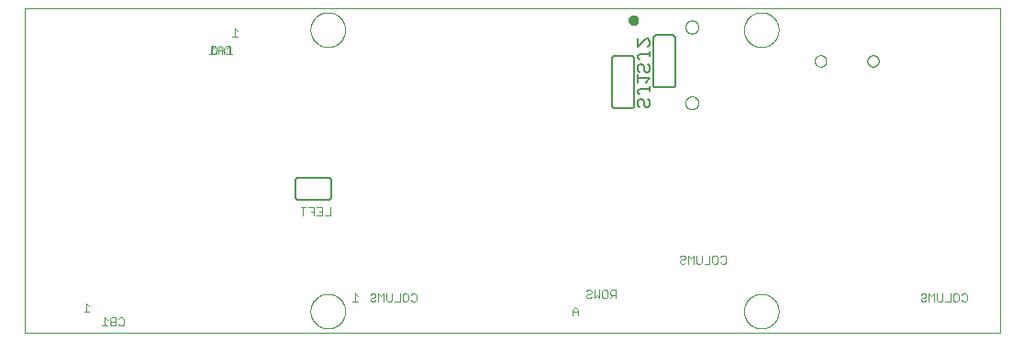
<source format=gbo>
G75*
%MOIN*%
%OFA0B0*%
%FSLAX25Y25*%
%IPPOS*%
%LPD*%
%AMOC8*
5,1,8,0,0,1.08239X$1,22.5*
%
%ADD10C,0.00000*%
%ADD11C,0.00300*%
%ADD12C,0.01600*%
%ADD13C,0.00600*%
%ADD14C,0.00500*%
D10*
X0001600Y0002700D02*
X0001600Y0120810D01*
X0355931Y0120810D01*
X0355931Y0002700D01*
X0001600Y0002700D01*
X0105537Y0010574D02*
X0105539Y0010732D01*
X0105545Y0010890D01*
X0105555Y0011048D01*
X0105569Y0011206D01*
X0105587Y0011363D01*
X0105608Y0011520D01*
X0105634Y0011676D01*
X0105664Y0011832D01*
X0105697Y0011987D01*
X0105735Y0012140D01*
X0105776Y0012293D01*
X0105821Y0012445D01*
X0105870Y0012596D01*
X0105923Y0012745D01*
X0105979Y0012893D01*
X0106039Y0013039D01*
X0106103Y0013184D01*
X0106171Y0013327D01*
X0106242Y0013469D01*
X0106316Y0013609D01*
X0106394Y0013746D01*
X0106476Y0013882D01*
X0106560Y0014016D01*
X0106649Y0014147D01*
X0106740Y0014276D01*
X0106835Y0014403D01*
X0106932Y0014528D01*
X0107033Y0014650D01*
X0107137Y0014769D01*
X0107244Y0014886D01*
X0107354Y0015000D01*
X0107467Y0015111D01*
X0107582Y0015220D01*
X0107700Y0015325D01*
X0107821Y0015427D01*
X0107944Y0015527D01*
X0108070Y0015623D01*
X0108198Y0015716D01*
X0108328Y0015806D01*
X0108461Y0015892D01*
X0108596Y0015976D01*
X0108732Y0016055D01*
X0108871Y0016132D01*
X0109012Y0016204D01*
X0109154Y0016274D01*
X0109298Y0016339D01*
X0109444Y0016401D01*
X0109591Y0016459D01*
X0109740Y0016514D01*
X0109890Y0016565D01*
X0110041Y0016612D01*
X0110193Y0016655D01*
X0110346Y0016694D01*
X0110501Y0016730D01*
X0110656Y0016761D01*
X0110812Y0016789D01*
X0110968Y0016813D01*
X0111125Y0016833D01*
X0111283Y0016849D01*
X0111440Y0016861D01*
X0111599Y0016869D01*
X0111757Y0016873D01*
X0111915Y0016873D01*
X0112073Y0016869D01*
X0112232Y0016861D01*
X0112389Y0016849D01*
X0112547Y0016833D01*
X0112704Y0016813D01*
X0112860Y0016789D01*
X0113016Y0016761D01*
X0113171Y0016730D01*
X0113326Y0016694D01*
X0113479Y0016655D01*
X0113631Y0016612D01*
X0113782Y0016565D01*
X0113932Y0016514D01*
X0114081Y0016459D01*
X0114228Y0016401D01*
X0114374Y0016339D01*
X0114518Y0016274D01*
X0114660Y0016204D01*
X0114801Y0016132D01*
X0114940Y0016055D01*
X0115076Y0015976D01*
X0115211Y0015892D01*
X0115344Y0015806D01*
X0115474Y0015716D01*
X0115602Y0015623D01*
X0115728Y0015527D01*
X0115851Y0015427D01*
X0115972Y0015325D01*
X0116090Y0015220D01*
X0116205Y0015111D01*
X0116318Y0015000D01*
X0116428Y0014886D01*
X0116535Y0014769D01*
X0116639Y0014650D01*
X0116740Y0014528D01*
X0116837Y0014403D01*
X0116932Y0014276D01*
X0117023Y0014147D01*
X0117112Y0014016D01*
X0117196Y0013882D01*
X0117278Y0013746D01*
X0117356Y0013609D01*
X0117430Y0013469D01*
X0117501Y0013327D01*
X0117569Y0013184D01*
X0117633Y0013039D01*
X0117693Y0012893D01*
X0117749Y0012745D01*
X0117802Y0012596D01*
X0117851Y0012445D01*
X0117896Y0012293D01*
X0117937Y0012140D01*
X0117975Y0011987D01*
X0118008Y0011832D01*
X0118038Y0011676D01*
X0118064Y0011520D01*
X0118085Y0011363D01*
X0118103Y0011206D01*
X0118117Y0011048D01*
X0118127Y0010890D01*
X0118133Y0010732D01*
X0118135Y0010574D01*
X0118133Y0010416D01*
X0118127Y0010258D01*
X0118117Y0010100D01*
X0118103Y0009942D01*
X0118085Y0009785D01*
X0118064Y0009628D01*
X0118038Y0009472D01*
X0118008Y0009316D01*
X0117975Y0009161D01*
X0117937Y0009008D01*
X0117896Y0008855D01*
X0117851Y0008703D01*
X0117802Y0008552D01*
X0117749Y0008403D01*
X0117693Y0008255D01*
X0117633Y0008109D01*
X0117569Y0007964D01*
X0117501Y0007821D01*
X0117430Y0007679D01*
X0117356Y0007539D01*
X0117278Y0007402D01*
X0117196Y0007266D01*
X0117112Y0007132D01*
X0117023Y0007001D01*
X0116932Y0006872D01*
X0116837Y0006745D01*
X0116740Y0006620D01*
X0116639Y0006498D01*
X0116535Y0006379D01*
X0116428Y0006262D01*
X0116318Y0006148D01*
X0116205Y0006037D01*
X0116090Y0005928D01*
X0115972Y0005823D01*
X0115851Y0005721D01*
X0115728Y0005621D01*
X0115602Y0005525D01*
X0115474Y0005432D01*
X0115344Y0005342D01*
X0115211Y0005256D01*
X0115076Y0005172D01*
X0114940Y0005093D01*
X0114801Y0005016D01*
X0114660Y0004944D01*
X0114518Y0004874D01*
X0114374Y0004809D01*
X0114228Y0004747D01*
X0114081Y0004689D01*
X0113932Y0004634D01*
X0113782Y0004583D01*
X0113631Y0004536D01*
X0113479Y0004493D01*
X0113326Y0004454D01*
X0113171Y0004418D01*
X0113016Y0004387D01*
X0112860Y0004359D01*
X0112704Y0004335D01*
X0112547Y0004315D01*
X0112389Y0004299D01*
X0112232Y0004287D01*
X0112073Y0004279D01*
X0111915Y0004275D01*
X0111757Y0004275D01*
X0111599Y0004279D01*
X0111440Y0004287D01*
X0111283Y0004299D01*
X0111125Y0004315D01*
X0110968Y0004335D01*
X0110812Y0004359D01*
X0110656Y0004387D01*
X0110501Y0004418D01*
X0110346Y0004454D01*
X0110193Y0004493D01*
X0110041Y0004536D01*
X0109890Y0004583D01*
X0109740Y0004634D01*
X0109591Y0004689D01*
X0109444Y0004747D01*
X0109298Y0004809D01*
X0109154Y0004874D01*
X0109012Y0004944D01*
X0108871Y0005016D01*
X0108732Y0005093D01*
X0108596Y0005172D01*
X0108461Y0005256D01*
X0108328Y0005342D01*
X0108198Y0005432D01*
X0108070Y0005525D01*
X0107944Y0005621D01*
X0107821Y0005721D01*
X0107700Y0005823D01*
X0107582Y0005928D01*
X0107467Y0006037D01*
X0107354Y0006148D01*
X0107244Y0006262D01*
X0107137Y0006379D01*
X0107033Y0006498D01*
X0106932Y0006620D01*
X0106835Y0006745D01*
X0106740Y0006872D01*
X0106649Y0007001D01*
X0106560Y0007132D01*
X0106476Y0007266D01*
X0106394Y0007402D01*
X0106316Y0007539D01*
X0106242Y0007679D01*
X0106171Y0007821D01*
X0106103Y0007964D01*
X0106039Y0008109D01*
X0105979Y0008255D01*
X0105923Y0008403D01*
X0105870Y0008552D01*
X0105821Y0008703D01*
X0105776Y0008855D01*
X0105735Y0009008D01*
X0105697Y0009161D01*
X0105664Y0009316D01*
X0105634Y0009472D01*
X0105608Y0009628D01*
X0105587Y0009785D01*
X0105569Y0009942D01*
X0105555Y0010100D01*
X0105545Y0010258D01*
X0105539Y0010416D01*
X0105537Y0010574D01*
X0263018Y0010574D02*
X0263020Y0010732D01*
X0263026Y0010890D01*
X0263036Y0011048D01*
X0263050Y0011206D01*
X0263068Y0011363D01*
X0263089Y0011520D01*
X0263115Y0011676D01*
X0263145Y0011832D01*
X0263178Y0011987D01*
X0263216Y0012140D01*
X0263257Y0012293D01*
X0263302Y0012445D01*
X0263351Y0012596D01*
X0263404Y0012745D01*
X0263460Y0012893D01*
X0263520Y0013039D01*
X0263584Y0013184D01*
X0263652Y0013327D01*
X0263723Y0013469D01*
X0263797Y0013609D01*
X0263875Y0013746D01*
X0263957Y0013882D01*
X0264041Y0014016D01*
X0264130Y0014147D01*
X0264221Y0014276D01*
X0264316Y0014403D01*
X0264413Y0014528D01*
X0264514Y0014650D01*
X0264618Y0014769D01*
X0264725Y0014886D01*
X0264835Y0015000D01*
X0264948Y0015111D01*
X0265063Y0015220D01*
X0265181Y0015325D01*
X0265302Y0015427D01*
X0265425Y0015527D01*
X0265551Y0015623D01*
X0265679Y0015716D01*
X0265809Y0015806D01*
X0265942Y0015892D01*
X0266077Y0015976D01*
X0266213Y0016055D01*
X0266352Y0016132D01*
X0266493Y0016204D01*
X0266635Y0016274D01*
X0266779Y0016339D01*
X0266925Y0016401D01*
X0267072Y0016459D01*
X0267221Y0016514D01*
X0267371Y0016565D01*
X0267522Y0016612D01*
X0267674Y0016655D01*
X0267827Y0016694D01*
X0267982Y0016730D01*
X0268137Y0016761D01*
X0268293Y0016789D01*
X0268449Y0016813D01*
X0268606Y0016833D01*
X0268764Y0016849D01*
X0268921Y0016861D01*
X0269080Y0016869D01*
X0269238Y0016873D01*
X0269396Y0016873D01*
X0269554Y0016869D01*
X0269713Y0016861D01*
X0269870Y0016849D01*
X0270028Y0016833D01*
X0270185Y0016813D01*
X0270341Y0016789D01*
X0270497Y0016761D01*
X0270652Y0016730D01*
X0270807Y0016694D01*
X0270960Y0016655D01*
X0271112Y0016612D01*
X0271263Y0016565D01*
X0271413Y0016514D01*
X0271562Y0016459D01*
X0271709Y0016401D01*
X0271855Y0016339D01*
X0271999Y0016274D01*
X0272141Y0016204D01*
X0272282Y0016132D01*
X0272421Y0016055D01*
X0272557Y0015976D01*
X0272692Y0015892D01*
X0272825Y0015806D01*
X0272955Y0015716D01*
X0273083Y0015623D01*
X0273209Y0015527D01*
X0273332Y0015427D01*
X0273453Y0015325D01*
X0273571Y0015220D01*
X0273686Y0015111D01*
X0273799Y0015000D01*
X0273909Y0014886D01*
X0274016Y0014769D01*
X0274120Y0014650D01*
X0274221Y0014528D01*
X0274318Y0014403D01*
X0274413Y0014276D01*
X0274504Y0014147D01*
X0274593Y0014016D01*
X0274677Y0013882D01*
X0274759Y0013746D01*
X0274837Y0013609D01*
X0274911Y0013469D01*
X0274982Y0013327D01*
X0275050Y0013184D01*
X0275114Y0013039D01*
X0275174Y0012893D01*
X0275230Y0012745D01*
X0275283Y0012596D01*
X0275332Y0012445D01*
X0275377Y0012293D01*
X0275418Y0012140D01*
X0275456Y0011987D01*
X0275489Y0011832D01*
X0275519Y0011676D01*
X0275545Y0011520D01*
X0275566Y0011363D01*
X0275584Y0011206D01*
X0275598Y0011048D01*
X0275608Y0010890D01*
X0275614Y0010732D01*
X0275616Y0010574D01*
X0275614Y0010416D01*
X0275608Y0010258D01*
X0275598Y0010100D01*
X0275584Y0009942D01*
X0275566Y0009785D01*
X0275545Y0009628D01*
X0275519Y0009472D01*
X0275489Y0009316D01*
X0275456Y0009161D01*
X0275418Y0009008D01*
X0275377Y0008855D01*
X0275332Y0008703D01*
X0275283Y0008552D01*
X0275230Y0008403D01*
X0275174Y0008255D01*
X0275114Y0008109D01*
X0275050Y0007964D01*
X0274982Y0007821D01*
X0274911Y0007679D01*
X0274837Y0007539D01*
X0274759Y0007402D01*
X0274677Y0007266D01*
X0274593Y0007132D01*
X0274504Y0007001D01*
X0274413Y0006872D01*
X0274318Y0006745D01*
X0274221Y0006620D01*
X0274120Y0006498D01*
X0274016Y0006379D01*
X0273909Y0006262D01*
X0273799Y0006148D01*
X0273686Y0006037D01*
X0273571Y0005928D01*
X0273453Y0005823D01*
X0273332Y0005721D01*
X0273209Y0005621D01*
X0273083Y0005525D01*
X0272955Y0005432D01*
X0272825Y0005342D01*
X0272692Y0005256D01*
X0272557Y0005172D01*
X0272421Y0005093D01*
X0272282Y0005016D01*
X0272141Y0004944D01*
X0271999Y0004874D01*
X0271855Y0004809D01*
X0271709Y0004747D01*
X0271562Y0004689D01*
X0271413Y0004634D01*
X0271263Y0004583D01*
X0271112Y0004536D01*
X0270960Y0004493D01*
X0270807Y0004454D01*
X0270652Y0004418D01*
X0270497Y0004387D01*
X0270341Y0004359D01*
X0270185Y0004335D01*
X0270028Y0004315D01*
X0269870Y0004299D01*
X0269713Y0004287D01*
X0269554Y0004279D01*
X0269396Y0004275D01*
X0269238Y0004275D01*
X0269080Y0004279D01*
X0268921Y0004287D01*
X0268764Y0004299D01*
X0268606Y0004315D01*
X0268449Y0004335D01*
X0268293Y0004359D01*
X0268137Y0004387D01*
X0267982Y0004418D01*
X0267827Y0004454D01*
X0267674Y0004493D01*
X0267522Y0004536D01*
X0267371Y0004583D01*
X0267221Y0004634D01*
X0267072Y0004689D01*
X0266925Y0004747D01*
X0266779Y0004809D01*
X0266635Y0004874D01*
X0266493Y0004944D01*
X0266352Y0005016D01*
X0266213Y0005093D01*
X0266077Y0005172D01*
X0265942Y0005256D01*
X0265809Y0005342D01*
X0265679Y0005432D01*
X0265551Y0005525D01*
X0265425Y0005621D01*
X0265302Y0005721D01*
X0265181Y0005823D01*
X0265063Y0005928D01*
X0264948Y0006037D01*
X0264835Y0006148D01*
X0264725Y0006262D01*
X0264618Y0006379D01*
X0264514Y0006498D01*
X0264413Y0006620D01*
X0264316Y0006745D01*
X0264221Y0006872D01*
X0264130Y0007001D01*
X0264041Y0007132D01*
X0263957Y0007266D01*
X0263875Y0007402D01*
X0263797Y0007539D01*
X0263723Y0007679D01*
X0263652Y0007821D01*
X0263584Y0007964D01*
X0263520Y0008109D01*
X0263460Y0008255D01*
X0263404Y0008403D01*
X0263351Y0008552D01*
X0263302Y0008703D01*
X0263257Y0008855D01*
X0263216Y0009008D01*
X0263178Y0009161D01*
X0263145Y0009316D01*
X0263115Y0009472D01*
X0263089Y0009628D01*
X0263068Y0009785D01*
X0263050Y0009942D01*
X0263036Y0010100D01*
X0263026Y0010258D01*
X0263020Y0010416D01*
X0263018Y0010574D01*
X0241738Y0086342D02*
X0241740Y0086439D01*
X0241746Y0086536D01*
X0241756Y0086632D01*
X0241770Y0086728D01*
X0241788Y0086824D01*
X0241809Y0086918D01*
X0241835Y0087012D01*
X0241864Y0087104D01*
X0241898Y0087195D01*
X0241934Y0087285D01*
X0241975Y0087373D01*
X0242019Y0087459D01*
X0242067Y0087544D01*
X0242118Y0087626D01*
X0242172Y0087707D01*
X0242230Y0087785D01*
X0242291Y0087860D01*
X0242354Y0087933D01*
X0242421Y0088004D01*
X0242491Y0088071D01*
X0242563Y0088136D01*
X0242638Y0088197D01*
X0242716Y0088256D01*
X0242795Y0088311D01*
X0242877Y0088363D01*
X0242961Y0088411D01*
X0243047Y0088456D01*
X0243135Y0088498D01*
X0243224Y0088536D01*
X0243315Y0088570D01*
X0243407Y0088600D01*
X0243500Y0088627D01*
X0243595Y0088649D01*
X0243690Y0088668D01*
X0243786Y0088683D01*
X0243882Y0088694D01*
X0243979Y0088701D01*
X0244076Y0088704D01*
X0244173Y0088703D01*
X0244270Y0088698D01*
X0244366Y0088689D01*
X0244462Y0088676D01*
X0244558Y0088659D01*
X0244653Y0088638D01*
X0244746Y0088614D01*
X0244839Y0088585D01*
X0244931Y0088553D01*
X0245021Y0088517D01*
X0245109Y0088478D01*
X0245196Y0088434D01*
X0245281Y0088388D01*
X0245364Y0088337D01*
X0245445Y0088284D01*
X0245523Y0088227D01*
X0245600Y0088167D01*
X0245673Y0088104D01*
X0245744Y0088038D01*
X0245812Y0087969D01*
X0245878Y0087897D01*
X0245940Y0087823D01*
X0245999Y0087746D01*
X0246055Y0087667D01*
X0246108Y0087585D01*
X0246158Y0087502D01*
X0246203Y0087416D01*
X0246246Y0087329D01*
X0246285Y0087240D01*
X0246320Y0087150D01*
X0246351Y0087058D01*
X0246378Y0086965D01*
X0246402Y0086871D01*
X0246422Y0086776D01*
X0246438Y0086680D01*
X0246450Y0086584D01*
X0246458Y0086487D01*
X0246462Y0086390D01*
X0246462Y0086294D01*
X0246458Y0086197D01*
X0246450Y0086100D01*
X0246438Y0086004D01*
X0246422Y0085908D01*
X0246402Y0085813D01*
X0246378Y0085719D01*
X0246351Y0085626D01*
X0246320Y0085534D01*
X0246285Y0085444D01*
X0246246Y0085355D01*
X0246203Y0085268D01*
X0246158Y0085182D01*
X0246108Y0085099D01*
X0246055Y0085017D01*
X0245999Y0084938D01*
X0245940Y0084861D01*
X0245878Y0084787D01*
X0245812Y0084715D01*
X0245744Y0084646D01*
X0245673Y0084580D01*
X0245600Y0084517D01*
X0245523Y0084457D01*
X0245445Y0084400D01*
X0245364Y0084347D01*
X0245281Y0084296D01*
X0245196Y0084250D01*
X0245109Y0084206D01*
X0245021Y0084167D01*
X0244931Y0084131D01*
X0244839Y0084099D01*
X0244746Y0084070D01*
X0244653Y0084046D01*
X0244558Y0084025D01*
X0244462Y0084008D01*
X0244366Y0083995D01*
X0244270Y0083986D01*
X0244173Y0083981D01*
X0244076Y0083980D01*
X0243979Y0083983D01*
X0243882Y0083990D01*
X0243786Y0084001D01*
X0243690Y0084016D01*
X0243595Y0084035D01*
X0243500Y0084057D01*
X0243407Y0084084D01*
X0243315Y0084114D01*
X0243224Y0084148D01*
X0243135Y0084186D01*
X0243047Y0084228D01*
X0242961Y0084273D01*
X0242877Y0084321D01*
X0242795Y0084373D01*
X0242716Y0084428D01*
X0242638Y0084487D01*
X0242563Y0084548D01*
X0242491Y0084613D01*
X0242421Y0084680D01*
X0242354Y0084751D01*
X0242291Y0084824D01*
X0242230Y0084899D01*
X0242172Y0084977D01*
X0242118Y0085058D01*
X0242067Y0085140D01*
X0242019Y0085225D01*
X0241975Y0085311D01*
X0241934Y0085399D01*
X0241898Y0085489D01*
X0241864Y0085580D01*
X0241835Y0085672D01*
X0241809Y0085766D01*
X0241788Y0085860D01*
X0241770Y0085956D01*
X0241756Y0086052D01*
X0241746Y0086148D01*
X0241740Y0086245D01*
X0241738Y0086342D01*
X0288736Y0101578D02*
X0288738Y0101669D01*
X0288744Y0101759D01*
X0288754Y0101850D01*
X0288768Y0101939D01*
X0288786Y0102028D01*
X0288807Y0102117D01*
X0288833Y0102204D01*
X0288862Y0102290D01*
X0288896Y0102374D01*
X0288932Y0102457D01*
X0288973Y0102539D01*
X0289017Y0102618D01*
X0289064Y0102696D01*
X0289115Y0102771D01*
X0289169Y0102844D01*
X0289226Y0102914D01*
X0289286Y0102982D01*
X0289349Y0103048D01*
X0289415Y0103110D01*
X0289484Y0103169D01*
X0289555Y0103226D01*
X0289629Y0103279D01*
X0289705Y0103329D01*
X0289783Y0103376D01*
X0289863Y0103419D01*
X0289944Y0103458D01*
X0290028Y0103494D01*
X0290113Y0103526D01*
X0290199Y0103555D01*
X0290286Y0103579D01*
X0290375Y0103600D01*
X0290464Y0103617D01*
X0290554Y0103630D01*
X0290644Y0103639D01*
X0290735Y0103644D01*
X0290826Y0103645D01*
X0290916Y0103642D01*
X0291007Y0103635D01*
X0291097Y0103624D01*
X0291187Y0103609D01*
X0291276Y0103590D01*
X0291364Y0103568D01*
X0291450Y0103541D01*
X0291536Y0103511D01*
X0291620Y0103477D01*
X0291703Y0103439D01*
X0291784Y0103398D01*
X0291863Y0103353D01*
X0291940Y0103304D01*
X0292014Y0103253D01*
X0292087Y0103198D01*
X0292157Y0103140D01*
X0292224Y0103079D01*
X0292288Y0103015D01*
X0292350Y0102949D01*
X0292409Y0102879D01*
X0292464Y0102808D01*
X0292517Y0102733D01*
X0292566Y0102657D01*
X0292612Y0102579D01*
X0292654Y0102498D01*
X0292693Y0102416D01*
X0292728Y0102332D01*
X0292759Y0102247D01*
X0292786Y0102160D01*
X0292810Y0102073D01*
X0292830Y0101984D01*
X0292846Y0101895D01*
X0292858Y0101805D01*
X0292866Y0101714D01*
X0292870Y0101623D01*
X0292870Y0101533D01*
X0292866Y0101442D01*
X0292858Y0101351D01*
X0292846Y0101261D01*
X0292830Y0101172D01*
X0292810Y0101083D01*
X0292786Y0100996D01*
X0292759Y0100909D01*
X0292728Y0100824D01*
X0292693Y0100740D01*
X0292654Y0100658D01*
X0292612Y0100577D01*
X0292566Y0100499D01*
X0292517Y0100423D01*
X0292464Y0100348D01*
X0292409Y0100277D01*
X0292350Y0100207D01*
X0292288Y0100141D01*
X0292224Y0100077D01*
X0292157Y0100016D01*
X0292087Y0099958D01*
X0292014Y0099903D01*
X0291940Y0099852D01*
X0291863Y0099803D01*
X0291784Y0099758D01*
X0291703Y0099717D01*
X0291620Y0099679D01*
X0291536Y0099645D01*
X0291450Y0099615D01*
X0291364Y0099588D01*
X0291276Y0099566D01*
X0291187Y0099547D01*
X0291097Y0099532D01*
X0291007Y0099521D01*
X0290916Y0099514D01*
X0290826Y0099511D01*
X0290735Y0099512D01*
X0290644Y0099517D01*
X0290554Y0099526D01*
X0290464Y0099539D01*
X0290375Y0099556D01*
X0290286Y0099577D01*
X0290199Y0099601D01*
X0290113Y0099630D01*
X0290028Y0099662D01*
X0289944Y0099698D01*
X0289863Y0099737D01*
X0289783Y0099780D01*
X0289705Y0099827D01*
X0289629Y0099877D01*
X0289555Y0099930D01*
X0289484Y0099987D01*
X0289415Y0100046D01*
X0289349Y0100108D01*
X0289286Y0100174D01*
X0289226Y0100242D01*
X0289169Y0100312D01*
X0289115Y0100385D01*
X0289064Y0100460D01*
X0289017Y0100538D01*
X0288973Y0100617D01*
X0288932Y0100699D01*
X0288896Y0100782D01*
X0288862Y0100866D01*
X0288833Y0100952D01*
X0288807Y0101039D01*
X0288786Y0101128D01*
X0288768Y0101217D01*
X0288754Y0101306D01*
X0288744Y0101397D01*
X0288738Y0101487D01*
X0288736Y0101578D01*
X0307830Y0101578D02*
X0307832Y0101669D01*
X0307838Y0101759D01*
X0307848Y0101850D01*
X0307862Y0101939D01*
X0307880Y0102028D01*
X0307901Y0102117D01*
X0307927Y0102204D01*
X0307956Y0102290D01*
X0307990Y0102374D01*
X0308026Y0102457D01*
X0308067Y0102539D01*
X0308111Y0102618D01*
X0308158Y0102696D01*
X0308209Y0102771D01*
X0308263Y0102844D01*
X0308320Y0102914D01*
X0308380Y0102982D01*
X0308443Y0103048D01*
X0308509Y0103110D01*
X0308578Y0103169D01*
X0308649Y0103226D01*
X0308723Y0103279D01*
X0308799Y0103329D01*
X0308877Y0103376D01*
X0308957Y0103419D01*
X0309038Y0103458D01*
X0309122Y0103494D01*
X0309207Y0103526D01*
X0309293Y0103555D01*
X0309380Y0103579D01*
X0309469Y0103600D01*
X0309558Y0103617D01*
X0309648Y0103630D01*
X0309738Y0103639D01*
X0309829Y0103644D01*
X0309920Y0103645D01*
X0310010Y0103642D01*
X0310101Y0103635D01*
X0310191Y0103624D01*
X0310281Y0103609D01*
X0310370Y0103590D01*
X0310458Y0103568D01*
X0310544Y0103541D01*
X0310630Y0103511D01*
X0310714Y0103477D01*
X0310797Y0103439D01*
X0310878Y0103398D01*
X0310957Y0103353D01*
X0311034Y0103304D01*
X0311108Y0103253D01*
X0311181Y0103198D01*
X0311251Y0103140D01*
X0311318Y0103079D01*
X0311382Y0103015D01*
X0311444Y0102949D01*
X0311503Y0102879D01*
X0311558Y0102808D01*
X0311611Y0102733D01*
X0311660Y0102657D01*
X0311706Y0102579D01*
X0311748Y0102498D01*
X0311787Y0102416D01*
X0311822Y0102332D01*
X0311853Y0102247D01*
X0311880Y0102160D01*
X0311904Y0102073D01*
X0311924Y0101984D01*
X0311940Y0101895D01*
X0311952Y0101805D01*
X0311960Y0101714D01*
X0311964Y0101623D01*
X0311964Y0101533D01*
X0311960Y0101442D01*
X0311952Y0101351D01*
X0311940Y0101261D01*
X0311924Y0101172D01*
X0311904Y0101083D01*
X0311880Y0100996D01*
X0311853Y0100909D01*
X0311822Y0100824D01*
X0311787Y0100740D01*
X0311748Y0100658D01*
X0311706Y0100577D01*
X0311660Y0100499D01*
X0311611Y0100423D01*
X0311558Y0100348D01*
X0311503Y0100277D01*
X0311444Y0100207D01*
X0311382Y0100141D01*
X0311318Y0100077D01*
X0311251Y0100016D01*
X0311181Y0099958D01*
X0311108Y0099903D01*
X0311034Y0099852D01*
X0310957Y0099803D01*
X0310878Y0099758D01*
X0310797Y0099717D01*
X0310714Y0099679D01*
X0310630Y0099645D01*
X0310544Y0099615D01*
X0310458Y0099588D01*
X0310370Y0099566D01*
X0310281Y0099547D01*
X0310191Y0099532D01*
X0310101Y0099521D01*
X0310010Y0099514D01*
X0309920Y0099511D01*
X0309829Y0099512D01*
X0309738Y0099517D01*
X0309648Y0099526D01*
X0309558Y0099539D01*
X0309469Y0099556D01*
X0309380Y0099577D01*
X0309293Y0099601D01*
X0309207Y0099630D01*
X0309122Y0099662D01*
X0309038Y0099698D01*
X0308957Y0099737D01*
X0308877Y0099780D01*
X0308799Y0099827D01*
X0308723Y0099877D01*
X0308649Y0099930D01*
X0308578Y0099987D01*
X0308509Y0100046D01*
X0308443Y0100108D01*
X0308380Y0100174D01*
X0308320Y0100242D01*
X0308263Y0100312D01*
X0308209Y0100385D01*
X0308158Y0100460D01*
X0308111Y0100538D01*
X0308067Y0100617D01*
X0308026Y0100699D01*
X0307990Y0100782D01*
X0307956Y0100866D01*
X0307927Y0100952D01*
X0307901Y0101039D01*
X0307880Y0101128D01*
X0307862Y0101217D01*
X0307848Y0101306D01*
X0307838Y0101397D01*
X0307832Y0101487D01*
X0307830Y0101578D01*
X0263018Y0112936D02*
X0263020Y0113094D01*
X0263026Y0113252D01*
X0263036Y0113410D01*
X0263050Y0113568D01*
X0263068Y0113725D01*
X0263089Y0113882D01*
X0263115Y0114038D01*
X0263145Y0114194D01*
X0263178Y0114349D01*
X0263216Y0114502D01*
X0263257Y0114655D01*
X0263302Y0114807D01*
X0263351Y0114958D01*
X0263404Y0115107D01*
X0263460Y0115255D01*
X0263520Y0115401D01*
X0263584Y0115546D01*
X0263652Y0115689D01*
X0263723Y0115831D01*
X0263797Y0115971D01*
X0263875Y0116108D01*
X0263957Y0116244D01*
X0264041Y0116378D01*
X0264130Y0116509D01*
X0264221Y0116638D01*
X0264316Y0116765D01*
X0264413Y0116890D01*
X0264514Y0117012D01*
X0264618Y0117131D01*
X0264725Y0117248D01*
X0264835Y0117362D01*
X0264948Y0117473D01*
X0265063Y0117582D01*
X0265181Y0117687D01*
X0265302Y0117789D01*
X0265425Y0117889D01*
X0265551Y0117985D01*
X0265679Y0118078D01*
X0265809Y0118168D01*
X0265942Y0118254D01*
X0266077Y0118338D01*
X0266213Y0118417D01*
X0266352Y0118494D01*
X0266493Y0118566D01*
X0266635Y0118636D01*
X0266779Y0118701D01*
X0266925Y0118763D01*
X0267072Y0118821D01*
X0267221Y0118876D01*
X0267371Y0118927D01*
X0267522Y0118974D01*
X0267674Y0119017D01*
X0267827Y0119056D01*
X0267982Y0119092D01*
X0268137Y0119123D01*
X0268293Y0119151D01*
X0268449Y0119175D01*
X0268606Y0119195D01*
X0268764Y0119211D01*
X0268921Y0119223D01*
X0269080Y0119231D01*
X0269238Y0119235D01*
X0269396Y0119235D01*
X0269554Y0119231D01*
X0269713Y0119223D01*
X0269870Y0119211D01*
X0270028Y0119195D01*
X0270185Y0119175D01*
X0270341Y0119151D01*
X0270497Y0119123D01*
X0270652Y0119092D01*
X0270807Y0119056D01*
X0270960Y0119017D01*
X0271112Y0118974D01*
X0271263Y0118927D01*
X0271413Y0118876D01*
X0271562Y0118821D01*
X0271709Y0118763D01*
X0271855Y0118701D01*
X0271999Y0118636D01*
X0272141Y0118566D01*
X0272282Y0118494D01*
X0272421Y0118417D01*
X0272557Y0118338D01*
X0272692Y0118254D01*
X0272825Y0118168D01*
X0272955Y0118078D01*
X0273083Y0117985D01*
X0273209Y0117889D01*
X0273332Y0117789D01*
X0273453Y0117687D01*
X0273571Y0117582D01*
X0273686Y0117473D01*
X0273799Y0117362D01*
X0273909Y0117248D01*
X0274016Y0117131D01*
X0274120Y0117012D01*
X0274221Y0116890D01*
X0274318Y0116765D01*
X0274413Y0116638D01*
X0274504Y0116509D01*
X0274593Y0116378D01*
X0274677Y0116244D01*
X0274759Y0116108D01*
X0274837Y0115971D01*
X0274911Y0115831D01*
X0274982Y0115689D01*
X0275050Y0115546D01*
X0275114Y0115401D01*
X0275174Y0115255D01*
X0275230Y0115107D01*
X0275283Y0114958D01*
X0275332Y0114807D01*
X0275377Y0114655D01*
X0275418Y0114502D01*
X0275456Y0114349D01*
X0275489Y0114194D01*
X0275519Y0114038D01*
X0275545Y0113882D01*
X0275566Y0113725D01*
X0275584Y0113568D01*
X0275598Y0113410D01*
X0275608Y0113252D01*
X0275614Y0113094D01*
X0275616Y0112936D01*
X0275614Y0112778D01*
X0275608Y0112620D01*
X0275598Y0112462D01*
X0275584Y0112304D01*
X0275566Y0112147D01*
X0275545Y0111990D01*
X0275519Y0111834D01*
X0275489Y0111678D01*
X0275456Y0111523D01*
X0275418Y0111370D01*
X0275377Y0111217D01*
X0275332Y0111065D01*
X0275283Y0110914D01*
X0275230Y0110765D01*
X0275174Y0110617D01*
X0275114Y0110471D01*
X0275050Y0110326D01*
X0274982Y0110183D01*
X0274911Y0110041D01*
X0274837Y0109901D01*
X0274759Y0109764D01*
X0274677Y0109628D01*
X0274593Y0109494D01*
X0274504Y0109363D01*
X0274413Y0109234D01*
X0274318Y0109107D01*
X0274221Y0108982D01*
X0274120Y0108860D01*
X0274016Y0108741D01*
X0273909Y0108624D01*
X0273799Y0108510D01*
X0273686Y0108399D01*
X0273571Y0108290D01*
X0273453Y0108185D01*
X0273332Y0108083D01*
X0273209Y0107983D01*
X0273083Y0107887D01*
X0272955Y0107794D01*
X0272825Y0107704D01*
X0272692Y0107618D01*
X0272557Y0107534D01*
X0272421Y0107455D01*
X0272282Y0107378D01*
X0272141Y0107306D01*
X0271999Y0107236D01*
X0271855Y0107171D01*
X0271709Y0107109D01*
X0271562Y0107051D01*
X0271413Y0106996D01*
X0271263Y0106945D01*
X0271112Y0106898D01*
X0270960Y0106855D01*
X0270807Y0106816D01*
X0270652Y0106780D01*
X0270497Y0106749D01*
X0270341Y0106721D01*
X0270185Y0106697D01*
X0270028Y0106677D01*
X0269870Y0106661D01*
X0269713Y0106649D01*
X0269554Y0106641D01*
X0269396Y0106637D01*
X0269238Y0106637D01*
X0269080Y0106641D01*
X0268921Y0106649D01*
X0268764Y0106661D01*
X0268606Y0106677D01*
X0268449Y0106697D01*
X0268293Y0106721D01*
X0268137Y0106749D01*
X0267982Y0106780D01*
X0267827Y0106816D01*
X0267674Y0106855D01*
X0267522Y0106898D01*
X0267371Y0106945D01*
X0267221Y0106996D01*
X0267072Y0107051D01*
X0266925Y0107109D01*
X0266779Y0107171D01*
X0266635Y0107236D01*
X0266493Y0107306D01*
X0266352Y0107378D01*
X0266213Y0107455D01*
X0266077Y0107534D01*
X0265942Y0107618D01*
X0265809Y0107704D01*
X0265679Y0107794D01*
X0265551Y0107887D01*
X0265425Y0107983D01*
X0265302Y0108083D01*
X0265181Y0108185D01*
X0265063Y0108290D01*
X0264948Y0108399D01*
X0264835Y0108510D01*
X0264725Y0108624D01*
X0264618Y0108741D01*
X0264514Y0108860D01*
X0264413Y0108982D01*
X0264316Y0109107D01*
X0264221Y0109234D01*
X0264130Y0109363D01*
X0264041Y0109494D01*
X0263957Y0109628D01*
X0263875Y0109764D01*
X0263797Y0109901D01*
X0263723Y0110041D01*
X0263652Y0110183D01*
X0263584Y0110326D01*
X0263520Y0110471D01*
X0263460Y0110617D01*
X0263404Y0110765D01*
X0263351Y0110914D01*
X0263302Y0111065D01*
X0263257Y0111217D01*
X0263216Y0111370D01*
X0263178Y0111523D01*
X0263145Y0111678D01*
X0263115Y0111834D01*
X0263089Y0111990D01*
X0263068Y0112147D01*
X0263050Y0112304D01*
X0263036Y0112462D01*
X0263026Y0112620D01*
X0263020Y0112778D01*
X0263018Y0112936D01*
X0241738Y0113901D02*
X0241740Y0113998D01*
X0241746Y0114095D01*
X0241756Y0114191D01*
X0241770Y0114287D01*
X0241788Y0114383D01*
X0241809Y0114477D01*
X0241835Y0114571D01*
X0241864Y0114663D01*
X0241898Y0114754D01*
X0241934Y0114844D01*
X0241975Y0114932D01*
X0242019Y0115018D01*
X0242067Y0115103D01*
X0242118Y0115185D01*
X0242172Y0115266D01*
X0242230Y0115344D01*
X0242291Y0115419D01*
X0242354Y0115492D01*
X0242421Y0115563D01*
X0242491Y0115630D01*
X0242563Y0115695D01*
X0242638Y0115756D01*
X0242716Y0115815D01*
X0242795Y0115870D01*
X0242877Y0115922D01*
X0242961Y0115970D01*
X0243047Y0116015D01*
X0243135Y0116057D01*
X0243224Y0116095D01*
X0243315Y0116129D01*
X0243407Y0116159D01*
X0243500Y0116186D01*
X0243595Y0116208D01*
X0243690Y0116227D01*
X0243786Y0116242D01*
X0243882Y0116253D01*
X0243979Y0116260D01*
X0244076Y0116263D01*
X0244173Y0116262D01*
X0244270Y0116257D01*
X0244366Y0116248D01*
X0244462Y0116235D01*
X0244558Y0116218D01*
X0244653Y0116197D01*
X0244746Y0116173D01*
X0244839Y0116144D01*
X0244931Y0116112D01*
X0245021Y0116076D01*
X0245109Y0116037D01*
X0245196Y0115993D01*
X0245281Y0115947D01*
X0245364Y0115896D01*
X0245445Y0115843D01*
X0245523Y0115786D01*
X0245600Y0115726D01*
X0245673Y0115663D01*
X0245744Y0115597D01*
X0245812Y0115528D01*
X0245878Y0115456D01*
X0245940Y0115382D01*
X0245999Y0115305D01*
X0246055Y0115226D01*
X0246108Y0115144D01*
X0246158Y0115061D01*
X0246203Y0114975D01*
X0246246Y0114888D01*
X0246285Y0114799D01*
X0246320Y0114709D01*
X0246351Y0114617D01*
X0246378Y0114524D01*
X0246402Y0114430D01*
X0246422Y0114335D01*
X0246438Y0114239D01*
X0246450Y0114143D01*
X0246458Y0114046D01*
X0246462Y0113949D01*
X0246462Y0113853D01*
X0246458Y0113756D01*
X0246450Y0113659D01*
X0246438Y0113563D01*
X0246422Y0113467D01*
X0246402Y0113372D01*
X0246378Y0113278D01*
X0246351Y0113185D01*
X0246320Y0113093D01*
X0246285Y0113003D01*
X0246246Y0112914D01*
X0246203Y0112827D01*
X0246158Y0112741D01*
X0246108Y0112658D01*
X0246055Y0112576D01*
X0245999Y0112497D01*
X0245940Y0112420D01*
X0245878Y0112346D01*
X0245812Y0112274D01*
X0245744Y0112205D01*
X0245673Y0112139D01*
X0245600Y0112076D01*
X0245523Y0112016D01*
X0245445Y0111959D01*
X0245364Y0111906D01*
X0245281Y0111855D01*
X0245196Y0111809D01*
X0245109Y0111765D01*
X0245021Y0111726D01*
X0244931Y0111690D01*
X0244839Y0111658D01*
X0244746Y0111629D01*
X0244653Y0111605D01*
X0244558Y0111584D01*
X0244462Y0111567D01*
X0244366Y0111554D01*
X0244270Y0111545D01*
X0244173Y0111540D01*
X0244076Y0111539D01*
X0243979Y0111542D01*
X0243882Y0111549D01*
X0243786Y0111560D01*
X0243690Y0111575D01*
X0243595Y0111594D01*
X0243500Y0111616D01*
X0243407Y0111643D01*
X0243315Y0111673D01*
X0243224Y0111707D01*
X0243135Y0111745D01*
X0243047Y0111787D01*
X0242961Y0111832D01*
X0242877Y0111880D01*
X0242795Y0111932D01*
X0242716Y0111987D01*
X0242638Y0112046D01*
X0242563Y0112107D01*
X0242491Y0112172D01*
X0242421Y0112239D01*
X0242354Y0112310D01*
X0242291Y0112383D01*
X0242230Y0112458D01*
X0242172Y0112536D01*
X0242118Y0112617D01*
X0242067Y0112699D01*
X0242019Y0112784D01*
X0241975Y0112870D01*
X0241934Y0112958D01*
X0241898Y0113048D01*
X0241864Y0113139D01*
X0241835Y0113231D01*
X0241809Y0113325D01*
X0241788Y0113419D01*
X0241770Y0113515D01*
X0241756Y0113611D01*
X0241746Y0113707D01*
X0241740Y0113804D01*
X0241738Y0113901D01*
X0105537Y0112936D02*
X0105539Y0113094D01*
X0105545Y0113252D01*
X0105555Y0113410D01*
X0105569Y0113568D01*
X0105587Y0113725D01*
X0105608Y0113882D01*
X0105634Y0114038D01*
X0105664Y0114194D01*
X0105697Y0114349D01*
X0105735Y0114502D01*
X0105776Y0114655D01*
X0105821Y0114807D01*
X0105870Y0114958D01*
X0105923Y0115107D01*
X0105979Y0115255D01*
X0106039Y0115401D01*
X0106103Y0115546D01*
X0106171Y0115689D01*
X0106242Y0115831D01*
X0106316Y0115971D01*
X0106394Y0116108D01*
X0106476Y0116244D01*
X0106560Y0116378D01*
X0106649Y0116509D01*
X0106740Y0116638D01*
X0106835Y0116765D01*
X0106932Y0116890D01*
X0107033Y0117012D01*
X0107137Y0117131D01*
X0107244Y0117248D01*
X0107354Y0117362D01*
X0107467Y0117473D01*
X0107582Y0117582D01*
X0107700Y0117687D01*
X0107821Y0117789D01*
X0107944Y0117889D01*
X0108070Y0117985D01*
X0108198Y0118078D01*
X0108328Y0118168D01*
X0108461Y0118254D01*
X0108596Y0118338D01*
X0108732Y0118417D01*
X0108871Y0118494D01*
X0109012Y0118566D01*
X0109154Y0118636D01*
X0109298Y0118701D01*
X0109444Y0118763D01*
X0109591Y0118821D01*
X0109740Y0118876D01*
X0109890Y0118927D01*
X0110041Y0118974D01*
X0110193Y0119017D01*
X0110346Y0119056D01*
X0110501Y0119092D01*
X0110656Y0119123D01*
X0110812Y0119151D01*
X0110968Y0119175D01*
X0111125Y0119195D01*
X0111283Y0119211D01*
X0111440Y0119223D01*
X0111599Y0119231D01*
X0111757Y0119235D01*
X0111915Y0119235D01*
X0112073Y0119231D01*
X0112232Y0119223D01*
X0112389Y0119211D01*
X0112547Y0119195D01*
X0112704Y0119175D01*
X0112860Y0119151D01*
X0113016Y0119123D01*
X0113171Y0119092D01*
X0113326Y0119056D01*
X0113479Y0119017D01*
X0113631Y0118974D01*
X0113782Y0118927D01*
X0113932Y0118876D01*
X0114081Y0118821D01*
X0114228Y0118763D01*
X0114374Y0118701D01*
X0114518Y0118636D01*
X0114660Y0118566D01*
X0114801Y0118494D01*
X0114940Y0118417D01*
X0115076Y0118338D01*
X0115211Y0118254D01*
X0115344Y0118168D01*
X0115474Y0118078D01*
X0115602Y0117985D01*
X0115728Y0117889D01*
X0115851Y0117789D01*
X0115972Y0117687D01*
X0116090Y0117582D01*
X0116205Y0117473D01*
X0116318Y0117362D01*
X0116428Y0117248D01*
X0116535Y0117131D01*
X0116639Y0117012D01*
X0116740Y0116890D01*
X0116837Y0116765D01*
X0116932Y0116638D01*
X0117023Y0116509D01*
X0117112Y0116378D01*
X0117196Y0116244D01*
X0117278Y0116108D01*
X0117356Y0115971D01*
X0117430Y0115831D01*
X0117501Y0115689D01*
X0117569Y0115546D01*
X0117633Y0115401D01*
X0117693Y0115255D01*
X0117749Y0115107D01*
X0117802Y0114958D01*
X0117851Y0114807D01*
X0117896Y0114655D01*
X0117937Y0114502D01*
X0117975Y0114349D01*
X0118008Y0114194D01*
X0118038Y0114038D01*
X0118064Y0113882D01*
X0118085Y0113725D01*
X0118103Y0113568D01*
X0118117Y0113410D01*
X0118127Y0113252D01*
X0118133Y0113094D01*
X0118135Y0112936D01*
X0118133Y0112778D01*
X0118127Y0112620D01*
X0118117Y0112462D01*
X0118103Y0112304D01*
X0118085Y0112147D01*
X0118064Y0111990D01*
X0118038Y0111834D01*
X0118008Y0111678D01*
X0117975Y0111523D01*
X0117937Y0111370D01*
X0117896Y0111217D01*
X0117851Y0111065D01*
X0117802Y0110914D01*
X0117749Y0110765D01*
X0117693Y0110617D01*
X0117633Y0110471D01*
X0117569Y0110326D01*
X0117501Y0110183D01*
X0117430Y0110041D01*
X0117356Y0109901D01*
X0117278Y0109764D01*
X0117196Y0109628D01*
X0117112Y0109494D01*
X0117023Y0109363D01*
X0116932Y0109234D01*
X0116837Y0109107D01*
X0116740Y0108982D01*
X0116639Y0108860D01*
X0116535Y0108741D01*
X0116428Y0108624D01*
X0116318Y0108510D01*
X0116205Y0108399D01*
X0116090Y0108290D01*
X0115972Y0108185D01*
X0115851Y0108083D01*
X0115728Y0107983D01*
X0115602Y0107887D01*
X0115474Y0107794D01*
X0115344Y0107704D01*
X0115211Y0107618D01*
X0115076Y0107534D01*
X0114940Y0107455D01*
X0114801Y0107378D01*
X0114660Y0107306D01*
X0114518Y0107236D01*
X0114374Y0107171D01*
X0114228Y0107109D01*
X0114081Y0107051D01*
X0113932Y0106996D01*
X0113782Y0106945D01*
X0113631Y0106898D01*
X0113479Y0106855D01*
X0113326Y0106816D01*
X0113171Y0106780D01*
X0113016Y0106749D01*
X0112860Y0106721D01*
X0112704Y0106697D01*
X0112547Y0106677D01*
X0112389Y0106661D01*
X0112232Y0106649D01*
X0112073Y0106641D01*
X0111915Y0106637D01*
X0111757Y0106637D01*
X0111599Y0106641D01*
X0111440Y0106649D01*
X0111283Y0106661D01*
X0111125Y0106677D01*
X0110968Y0106697D01*
X0110812Y0106721D01*
X0110656Y0106749D01*
X0110501Y0106780D01*
X0110346Y0106816D01*
X0110193Y0106855D01*
X0110041Y0106898D01*
X0109890Y0106945D01*
X0109740Y0106996D01*
X0109591Y0107051D01*
X0109444Y0107109D01*
X0109298Y0107171D01*
X0109154Y0107236D01*
X0109012Y0107306D01*
X0108871Y0107378D01*
X0108732Y0107455D01*
X0108596Y0107534D01*
X0108461Y0107618D01*
X0108328Y0107704D01*
X0108198Y0107794D01*
X0108070Y0107887D01*
X0107944Y0107983D01*
X0107821Y0108083D01*
X0107700Y0108185D01*
X0107582Y0108290D01*
X0107467Y0108399D01*
X0107354Y0108510D01*
X0107244Y0108624D01*
X0107137Y0108741D01*
X0107033Y0108860D01*
X0106932Y0108982D01*
X0106835Y0109107D01*
X0106740Y0109234D01*
X0106649Y0109363D01*
X0106560Y0109494D01*
X0106476Y0109628D01*
X0106394Y0109764D01*
X0106316Y0109901D01*
X0106242Y0110041D01*
X0106171Y0110183D01*
X0106103Y0110326D01*
X0106039Y0110471D01*
X0105979Y0110617D01*
X0105923Y0110765D01*
X0105870Y0110914D01*
X0105821Y0111065D01*
X0105776Y0111217D01*
X0105735Y0111370D01*
X0105697Y0111523D01*
X0105664Y0111678D01*
X0105634Y0111834D01*
X0105608Y0111990D01*
X0105587Y0112147D01*
X0105569Y0112304D01*
X0105555Y0112462D01*
X0105545Y0112620D01*
X0105539Y0112778D01*
X0105537Y0112936D01*
D11*
X0078950Y0112285D02*
X0077983Y0113252D01*
X0077983Y0110350D01*
X0078950Y0110350D02*
X0077015Y0110350D01*
X0076111Y0107002D02*
X0076111Y0104100D01*
X0075966Y0104100D02*
X0076450Y0104584D01*
X0076450Y0106519D01*
X0075966Y0107002D01*
X0074999Y0107002D01*
X0074515Y0106519D01*
X0074131Y0106035D02*
X0073164Y0107002D01*
X0072197Y0106035D01*
X0072197Y0104100D01*
X0071569Y0104100D02*
X0071569Y0106035D01*
X0072536Y0107002D01*
X0073503Y0106035D01*
X0073503Y0104100D01*
X0074131Y0104100D02*
X0074131Y0106035D01*
X0074131Y0105551D02*
X0072197Y0105551D01*
X0071569Y0105551D02*
X0073503Y0105551D01*
X0074515Y0104584D02*
X0074999Y0104100D01*
X0075966Y0104100D01*
X0075143Y0104100D02*
X0077078Y0104100D01*
X0075143Y0106035D02*
X0076111Y0107002D01*
X0071185Y0106519D02*
X0070701Y0107002D01*
X0069734Y0107002D01*
X0069250Y0106519D01*
X0069250Y0104584D01*
X0069734Y0104100D01*
X0070701Y0104100D01*
X0071185Y0104584D01*
X0070557Y0104100D02*
X0068622Y0104100D01*
X0069589Y0104100D02*
X0069589Y0107002D01*
X0070557Y0106035D01*
X0101925Y0048252D02*
X0103860Y0048252D01*
X0102893Y0048252D02*
X0102893Y0045350D01*
X0106807Y0045350D02*
X0106807Y0048252D01*
X0104872Y0048252D01*
X0105839Y0046801D02*
X0106807Y0046801D01*
X0107819Y0048252D02*
X0109753Y0048252D01*
X0109753Y0045350D01*
X0107819Y0045350D01*
X0110765Y0045350D02*
X0112700Y0045350D01*
X0112700Y0048252D01*
X0109753Y0046801D02*
X0108786Y0046801D01*
X0121733Y0017002D02*
X0121733Y0014100D01*
X0122700Y0014100D02*
X0120765Y0014100D01*
X0122700Y0016035D02*
X0121733Y0017002D01*
X0127282Y0016519D02*
X0127766Y0017002D01*
X0128734Y0017002D01*
X0129217Y0016519D01*
X0129217Y0016035D01*
X0128734Y0015551D01*
X0127766Y0015551D01*
X0127282Y0015067D01*
X0127282Y0014584D01*
X0127766Y0014100D01*
X0128734Y0014100D01*
X0129217Y0014584D01*
X0130229Y0014100D02*
X0130229Y0017002D01*
X0131196Y0016035D01*
X0132164Y0017002D01*
X0132164Y0014100D01*
X0133175Y0014584D02*
X0133659Y0014100D01*
X0134627Y0014100D01*
X0135110Y0014584D01*
X0135110Y0017002D01*
X0133175Y0017002D02*
X0133175Y0014584D01*
X0136122Y0014100D02*
X0138057Y0014100D01*
X0138057Y0017002D01*
X0139069Y0016519D02*
X0139552Y0017002D01*
X0140520Y0017002D01*
X0141003Y0016519D01*
X0141003Y0014584D01*
X0140520Y0014100D01*
X0139552Y0014100D01*
X0139069Y0014584D01*
X0139069Y0016519D01*
X0142015Y0016519D02*
X0142499Y0017002D01*
X0143466Y0017002D01*
X0143950Y0016519D01*
X0143950Y0014584D01*
X0143466Y0014100D01*
X0142499Y0014100D01*
X0142015Y0014584D01*
X0200765Y0011035D02*
X0200765Y0009100D01*
X0200765Y0010551D02*
X0202700Y0010551D01*
X0202700Y0011035D02*
X0201733Y0012002D01*
X0200765Y0011035D01*
X0202700Y0011035D02*
X0202700Y0009100D01*
X0206159Y0015350D02*
X0207127Y0015350D01*
X0207610Y0015834D01*
X0207127Y0016801D02*
X0206159Y0016801D01*
X0205675Y0016317D01*
X0205675Y0015834D01*
X0206159Y0015350D01*
X0207127Y0016801D02*
X0207610Y0017285D01*
X0207610Y0017769D01*
X0207127Y0018252D01*
X0206159Y0018252D01*
X0205675Y0017769D01*
X0208622Y0018252D02*
X0208622Y0015350D01*
X0209589Y0016317D01*
X0210557Y0015350D01*
X0210557Y0018252D01*
X0211569Y0017769D02*
X0212052Y0018252D01*
X0213020Y0018252D01*
X0213503Y0017769D01*
X0213503Y0015834D01*
X0213020Y0015350D01*
X0212052Y0015350D01*
X0211569Y0015834D01*
X0211569Y0017769D01*
X0214515Y0017769D02*
X0214515Y0016801D01*
X0214999Y0016317D01*
X0216450Y0016317D01*
X0216450Y0015350D02*
X0216450Y0018252D01*
X0214999Y0018252D01*
X0214515Y0017769D01*
X0215483Y0016317D02*
X0214515Y0015350D01*
X0239782Y0028334D02*
X0240266Y0027850D01*
X0241234Y0027850D01*
X0241717Y0028334D01*
X0241234Y0029301D02*
X0240266Y0029301D01*
X0239782Y0028817D01*
X0239782Y0028334D01*
X0241234Y0029301D02*
X0241717Y0029785D01*
X0241717Y0030269D01*
X0241234Y0030752D01*
X0240266Y0030752D01*
X0239782Y0030269D01*
X0242729Y0030752D02*
X0243696Y0029785D01*
X0244664Y0030752D01*
X0244664Y0027850D01*
X0245675Y0028334D02*
X0245675Y0030752D01*
X0247610Y0030752D02*
X0247610Y0028334D01*
X0247127Y0027850D01*
X0246159Y0027850D01*
X0245675Y0028334D01*
X0242729Y0027850D02*
X0242729Y0030752D01*
X0248622Y0027850D02*
X0250557Y0027850D01*
X0250557Y0030752D01*
X0251569Y0030269D02*
X0252052Y0030752D01*
X0253020Y0030752D01*
X0253503Y0030269D01*
X0253503Y0028334D01*
X0253020Y0027850D01*
X0252052Y0027850D01*
X0251569Y0028334D01*
X0251569Y0030269D01*
X0254515Y0030269D02*
X0254999Y0030752D01*
X0255966Y0030752D01*
X0256450Y0030269D01*
X0256450Y0028334D01*
X0255966Y0027850D01*
X0254999Y0027850D01*
X0254515Y0028334D01*
X0327282Y0016519D02*
X0327766Y0017002D01*
X0328734Y0017002D01*
X0329217Y0016519D01*
X0329217Y0016035D01*
X0328734Y0015551D01*
X0327766Y0015551D01*
X0327282Y0015067D01*
X0327282Y0014584D01*
X0327766Y0014100D01*
X0328734Y0014100D01*
X0329217Y0014584D01*
X0330229Y0014100D02*
X0330229Y0017002D01*
X0331196Y0016035D01*
X0332164Y0017002D01*
X0332164Y0014100D01*
X0333175Y0014584D02*
X0333175Y0017002D01*
X0335110Y0017002D02*
X0335110Y0014584D01*
X0334627Y0014100D01*
X0333659Y0014100D01*
X0333175Y0014584D01*
X0336122Y0014100D02*
X0338057Y0014100D01*
X0338057Y0017002D01*
X0339069Y0016519D02*
X0339552Y0017002D01*
X0340520Y0017002D01*
X0341003Y0016519D01*
X0341003Y0014584D01*
X0340520Y0014100D01*
X0339552Y0014100D01*
X0339069Y0014584D01*
X0339069Y0016519D01*
X0342015Y0016519D02*
X0342499Y0017002D01*
X0343466Y0017002D01*
X0343950Y0016519D01*
X0343950Y0014584D01*
X0343466Y0014100D01*
X0342499Y0014100D01*
X0342015Y0014584D01*
X0037700Y0007769D02*
X0037700Y0005834D01*
X0037216Y0005350D01*
X0036249Y0005350D01*
X0035765Y0005834D01*
X0034753Y0005350D02*
X0033302Y0005350D01*
X0032819Y0005834D01*
X0032819Y0006317D01*
X0033302Y0006801D01*
X0034753Y0006801D01*
X0035765Y0007769D02*
X0036249Y0008252D01*
X0037216Y0008252D01*
X0037700Y0007769D01*
X0034753Y0008252D02*
X0034753Y0005350D01*
X0033302Y0006801D02*
X0032819Y0007285D01*
X0032819Y0007769D01*
X0033302Y0008252D01*
X0034753Y0008252D01*
X0031807Y0007285D02*
X0030839Y0008252D01*
X0030839Y0005350D01*
X0029872Y0005350D02*
X0031807Y0005350D01*
X0025200Y0010350D02*
X0023265Y0010350D01*
X0024233Y0010350D02*
X0024233Y0013252D01*
X0025200Y0012285D01*
D12*
X0221850Y0116450D02*
X0221852Y0116513D01*
X0221858Y0116575D01*
X0221868Y0116637D01*
X0221881Y0116699D01*
X0221899Y0116759D01*
X0221920Y0116818D01*
X0221945Y0116876D01*
X0221974Y0116932D01*
X0222006Y0116986D01*
X0222041Y0117038D01*
X0222079Y0117087D01*
X0222121Y0117135D01*
X0222165Y0117179D01*
X0222213Y0117221D01*
X0222262Y0117259D01*
X0222314Y0117294D01*
X0222368Y0117326D01*
X0222424Y0117355D01*
X0222482Y0117380D01*
X0222541Y0117401D01*
X0222601Y0117419D01*
X0222663Y0117432D01*
X0222725Y0117442D01*
X0222787Y0117448D01*
X0222850Y0117450D01*
X0222913Y0117448D01*
X0222975Y0117442D01*
X0223037Y0117432D01*
X0223099Y0117419D01*
X0223159Y0117401D01*
X0223218Y0117380D01*
X0223276Y0117355D01*
X0223332Y0117326D01*
X0223386Y0117294D01*
X0223438Y0117259D01*
X0223487Y0117221D01*
X0223535Y0117179D01*
X0223579Y0117135D01*
X0223621Y0117087D01*
X0223659Y0117038D01*
X0223694Y0116986D01*
X0223726Y0116932D01*
X0223755Y0116876D01*
X0223780Y0116818D01*
X0223801Y0116759D01*
X0223819Y0116699D01*
X0223832Y0116637D01*
X0223842Y0116575D01*
X0223848Y0116513D01*
X0223850Y0116450D01*
X0223848Y0116387D01*
X0223842Y0116325D01*
X0223832Y0116263D01*
X0223819Y0116201D01*
X0223801Y0116141D01*
X0223780Y0116082D01*
X0223755Y0116024D01*
X0223726Y0115968D01*
X0223694Y0115914D01*
X0223659Y0115862D01*
X0223621Y0115813D01*
X0223579Y0115765D01*
X0223535Y0115721D01*
X0223487Y0115679D01*
X0223438Y0115641D01*
X0223386Y0115606D01*
X0223332Y0115574D01*
X0223276Y0115545D01*
X0223218Y0115520D01*
X0223159Y0115499D01*
X0223099Y0115481D01*
X0223037Y0115468D01*
X0222975Y0115458D01*
X0222913Y0115452D01*
X0222850Y0115450D01*
X0222787Y0115452D01*
X0222725Y0115458D01*
X0222663Y0115468D01*
X0222601Y0115481D01*
X0222541Y0115499D01*
X0222482Y0115520D01*
X0222424Y0115545D01*
X0222368Y0115574D01*
X0222314Y0115606D01*
X0222262Y0115641D01*
X0222213Y0115679D01*
X0222165Y0115721D01*
X0222121Y0115765D01*
X0222079Y0115813D01*
X0222041Y0115862D01*
X0222006Y0115914D01*
X0221974Y0115968D01*
X0221945Y0116024D01*
X0221920Y0116082D01*
X0221899Y0116141D01*
X0221881Y0116201D01*
X0221868Y0116263D01*
X0221858Y0116325D01*
X0221852Y0116387D01*
X0221850Y0116450D01*
D13*
X0231100Y0110950D02*
X0237100Y0110950D01*
X0237160Y0110948D01*
X0237221Y0110943D01*
X0237280Y0110934D01*
X0237339Y0110921D01*
X0237398Y0110905D01*
X0237455Y0110885D01*
X0237510Y0110862D01*
X0237565Y0110835D01*
X0237617Y0110806D01*
X0237668Y0110773D01*
X0237717Y0110737D01*
X0237763Y0110699D01*
X0237807Y0110657D01*
X0237849Y0110613D01*
X0237887Y0110567D01*
X0237923Y0110518D01*
X0237956Y0110467D01*
X0237985Y0110415D01*
X0238012Y0110360D01*
X0238035Y0110305D01*
X0238055Y0110248D01*
X0238071Y0110189D01*
X0238084Y0110130D01*
X0238093Y0110071D01*
X0238098Y0110010D01*
X0238100Y0109950D01*
X0238100Y0092950D01*
X0238098Y0092890D01*
X0238093Y0092829D01*
X0238084Y0092770D01*
X0238071Y0092711D01*
X0238055Y0092652D01*
X0238035Y0092595D01*
X0238012Y0092540D01*
X0237985Y0092485D01*
X0237956Y0092433D01*
X0237923Y0092382D01*
X0237887Y0092333D01*
X0237849Y0092287D01*
X0237807Y0092243D01*
X0237763Y0092201D01*
X0237717Y0092163D01*
X0237668Y0092127D01*
X0237617Y0092094D01*
X0237565Y0092065D01*
X0237510Y0092038D01*
X0237455Y0092015D01*
X0237398Y0091995D01*
X0237339Y0091979D01*
X0237280Y0091966D01*
X0237221Y0091957D01*
X0237160Y0091952D01*
X0237100Y0091950D01*
X0231100Y0091950D01*
X0231040Y0091952D01*
X0230979Y0091957D01*
X0230920Y0091966D01*
X0230861Y0091979D01*
X0230802Y0091995D01*
X0230745Y0092015D01*
X0230690Y0092038D01*
X0230635Y0092065D01*
X0230583Y0092094D01*
X0230532Y0092127D01*
X0230483Y0092163D01*
X0230437Y0092201D01*
X0230393Y0092243D01*
X0230351Y0092287D01*
X0230313Y0092333D01*
X0230277Y0092382D01*
X0230244Y0092433D01*
X0230215Y0092485D01*
X0230188Y0092540D01*
X0230165Y0092595D01*
X0230145Y0092652D01*
X0230129Y0092711D01*
X0230116Y0092770D01*
X0230107Y0092829D01*
X0230102Y0092890D01*
X0230100Y0092950D01*
X0230100Y0109950D01*
X0230102Y0110010D01*
X0230107Y0110071D01*
X0230116Y0110130D01*
X0230129Y0110189D01*
X0230145Y0110248D01*
X0230165Y0110305D01*
X0230188Y0110360D01*
X0230215Y0110415D01*
X0230244Y0110467D01*
X0230277Y0110518D01*
X0230313Y0110567D01*
X0230351Y0110613D01*
X0230393Y0110657D01*
X0230437Y0110699D01*
X0230483Y0110737D01*
X0230532Y0110773D01*
X0230583Y0110806D01*
X0230635Y0110835D01*
X0230690Y0110862D01*
X0230745Y0110885D01*
X0230802Y0110905D01*
X0230861Y0110921D01*
X0230920Y0110934D01*
X0230979Y0110943D01*
X0231040Y0110948D01*
X0231100Y0110950D01*
X0223100Y0102450D02*
X0223100Y0085450D01*
X0223098Y0085390D01*
X0223093Y0085329D01*
X0223084Y0085270D01*
X0223071Y0085211D01*
X0223055Y0085152D01*
X0223035Y0085095D01*
X0223012Y0085040D01*
X0222985Y0084985D01*
X0222956Y0084933D01*
X0222923Y0084882D01*
X0222887Y0084833D01*
X0222849Y0084787D01*
X0222807Y0084743D01*
X0222763Y0084701D01*
X0222717Y0084663D01*
X0222668Y0084627D01*
X0222617Y0084594D01*
X0222565Y0084565D01*
X0222510Y0084538D01*
X0222455Y0084515D01*
X0222398Y0084495D01*
X0222339Y0084479D01*
X0222280Y0084466D01*
X0222221Y0084457D01*
X0222160Y0084452D01*
X0222100Y0084450D01*
X0216100Y0084450D01*
X0216040Y0084452D01*
X0215979Y0084457D01*
X0215920Y0084466D01*
X0215861Y0084479D01*
X0215802Y0084495D01*
X0215745Y0084515D01*
X0215690Y0084538D01*
X0215635Y0084565D01*
X0215583Y0084594D01*
X0215532Y0084627D01*
X0215483Y0084663D01*
X0215437Y0084701D01*
X0215393Y0084743D01*
X0215351Y0084787D01*
X0215313Y0084833D01*
X0215277Y0084882D01*
X0215244Y0084933D01*
X0215215Y0084985D01*
X0215188Y0085040D01*
X0215165Y0085095D01*
X0215145Y0085152D01*
X0215129Y0085211D01*
X0215116Y0085270D01*
X0215107Y0085329D01*
X0215102Y0085390D01*
X0215100Y0085450D01*
X0215100Y0102450D01*
X0215102Y0102510D01*
X0215107Y0102571D01*
X0215116Y0102630D01*
X0215129Y0102689D01*
X0215145Y0102748D01*
X0215165Y0102805D01*
X0215188Y0102860D01*
X0215215Y0102915D01*
X0215244Y0102967D01*
X0215277Y0103018D01*
X0215313Y0103067D01*
X0215351Y0103113D01*
X0215393Y0103157D01*
X0215437Y0103199D01*
X0215483Y0103237D01*
X0215532Y0103273D01*
X0215583Y0103306D01*
X0215635Y0103335D01*
X0215690Y0103362D01*
X0215745Y0103385D01*
X0215802Y0103405D01*
X0215861Y0103421D01*
X0215920Y0103434D01*
X0215979Y0103443D01*
X0216040Y0103448D01*
X0216100Y0103450D01*
X0222100Y0103450D01*
X0222160Y0103448D01*
X0222221Y0103443D01*
X0222280Y0103434D01*
X0222339Y0103421D01*
X0222398Y0103405D01*
X0222455Y0103385D01*
X0222510Y0103362D01*
X0222565Y0103335D01*
X0222617Y0103306D01*
X0222668Y0103273D01*
X0222717Y0103237D01*
X0222763Y0103199D01*
X0222807Y0103157D01*
X0222849Y0103113D01*
X0222887Y0103067D01*
X0222923Y0103018D01*
X0222956Y0102967D01*
X0222985Y0102915D01*
X0223012Y0102860D01*
X0223035Y0102805D01*
X0223055Y0102748D01*
X0223071Y0102689D01*
X0223084Y0102630D01*
X0223093Y0102571D01*
X0223098Y0102510D01*
X0223100Y0102450D01*
X0112100Y0059200D02*
X0101100Y0059200D01*
X0101040Y0059198D01*
X0100979Y0059193D01*
X0100920Y0059184D01*
X0100861Y0059171D01*
X0100802Y0059155D01*
X0100745Y0059135D01*
X0100690Y0059112D01*
X0100635Y0059085D01*
X0100583Y0059056D01*
X0100532Y0059023D01*
X0100483Y0058987D01*
X0100437Y0058949D01*
X0100393Y0058907D01*
X0100351Y0058863D01*
X0100313Y0058817D01*
X0100277Y0058768D01*
X0100244Y0058717D01*
X0100215Y0058665D01*
X0100188Y0058610D01*
X0100165Y0058555D01*
X0100145Y0058498D01*
X0100129Y0058439D01*
X0100116Y0058380D01*
X0100107Y0058321D01*
X0100102Y0058260D01*
X0100100Y0058200D01*
X0100100Y0052200D01*
X0100102Y0052140D01*
X0100107Y0052079D01*
X0100116Y0052020D01*
X0100129Y0051961D01*
X0100145Y0051902D01*
X0100165Y0051845D01*
X0100188Y0051790D01*
X0100215Y0051735D01*
X0100244Y0051683D01*
X0100277Y0051632D01*
X0100313Y0051583D01*
X0100351Y0051537D01*
X0100393Y0051493D01*
X0100437Y0051451D01*
X0100483Y0051413D01*
X0100532Y0051377D01*
X0100583Y0051344D01*
X0100635Y0051315D01*
X0100690Y0051288D01*
X0100745Y0051265D01*
X0100802Y0051245D01*
X0100861Y0051229D01*
X0100920Y0051216D01*
X0100979Y0051207D01*
X0101040Y0051202D01*
X0101100Y0051200D01*
X0112100Y0051200D01*
X0112160Y0051202D01*
X0112221Y0051207D01*
X0112280Y0051216D01*
X0112339Y0051229D01*
X0112398Y0051245D01*
X0112455Y0051265D01*
X0112510Y0051288D01*
X0112565Y0051315D01*
X0112617Y0051344D01*
X0112668Y0051377D01*
X0112717Y0051413D01*
X0112763Y0051451D01*
X0112807Y0051493D01*
X0112849Y0051537D01*
X0112887Y0051583D01*
X0112923Y0051632D01*
X0112956Y0051683D01*
X0112985Y0051735D01*
X0113012Y0051790D01*
X0113035Y0051845D01*
X0113055Y0051902D01*
X0113071Y0051961D01*
X0113084Y0052020D01*
X0113093Y0052079D01*
X0113098Y0052140D01*
X0113100Y0052200D01*
X0113100Y0058200D01*
X0113098Y0058260D01*
X0113093Y0058321D01*
X0113084Y0058380D01*
X0113071Y0058439D01*
X0113055Y0058498D01*
X0113035Y0058555D01*
X0113012Y0058610D01*
X0112985Y0058665D01*
X0112956Y0058717D01*
X0112923Y0058768D01*
X0112887Y0058817D01*
X0112849Y0058863D01*
X0112807Y0058907D01*
X0112763Y0058949D01*
X0112717Y0058987D01*
X0112668Y0059023D01*
X0112617Y0059056D01*
X0112565Y0059085D01*
X0112510Y0059112D01*
X0112455Y0059135D01*
X0112398Y0059155D01*
X0112339Y0059171D01*
X0112280Y0059184D01*
X0112221Y0059193D01*
X0112160Y0059198D01*
X0112100Y0059200D01*
D14*
X0224350Y0085451D02*
X0225101Y0084700D01*
X0224350Y0085451D02*
X0224350Y0086952D01*
X0225101Y0087703D01*
X0225851Y0087703D01*
X0226602Y0086952D01*
X0226602Y0085451D01*
X0227353Y0084700D01*
X0228103Y0084700D01*
X0228854Y0085451D01*
X0228854Y0086952D01*
X0228103Y0087703D01*
X0225101Y0089304D02*
X0224350Y0090055D01*
X0224350Y0090805D01*
X0225101Y0091556D01*
X0228854Y0091556D01*
X0228854Y0092306D02*
X0228854Y0090805D01*
X0227353Y0093908D02*
X0228854Y0095409D01*
X0224350Y0095409D01*
X0224350Y0093908D02*
X0224350Y0096910D01*
X0225101Y0097388D02*
X0224350Y0098139D01*
X0224350Y0099640D01*
X0225101Y0100391D01*
X0225851Y0100391D01*
X0226602Y0099640D01*
X0226602Y0098139D01*
X0227353Y0097388D01*
X0228103Y0097388D01*
X0228854Y0098139D01*
X0228854Y0099640D01*
X0228103Y0100391D01*
X0225101Y0101992D02*
X0224350Y0102743D01*
X0224350Y0103493D01*
X0225101Y0104244D01*
X0228854Y0104244D01*
X0228854Y0103493D02*
X0228854Y0104995D01*
X0228103Y0106596D02*
X0228854Y0107347D01*
X0228854Y0108848D01*
X0228103Y0109599D01*
X0227353Y0109599D01*
X0224350Y0106596D01*
X0224350Y0109599D01*
M02*

</source>
